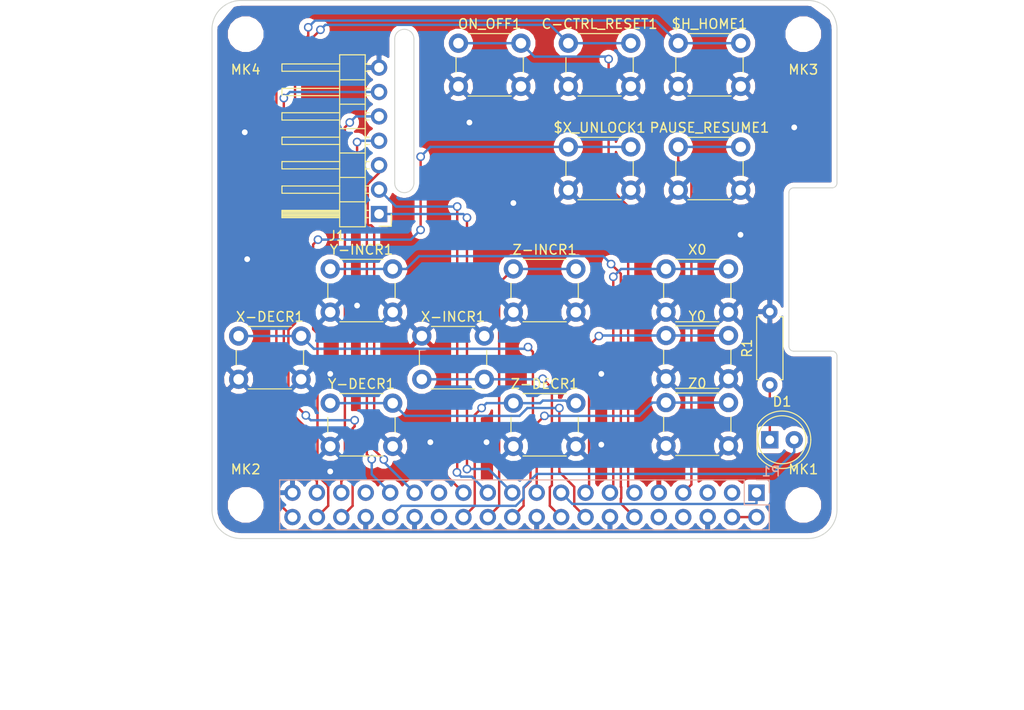
<source format=kicad_pcb>
(kicad_pcb (version 20171130) (host pcbnew "(5.0.0-3-g5ebb6b6)")
  (title_block (date "15 nov 2012"))
  (layers (0 F.Cu signal) (31 B.Cu signal) (34 B.Paste user) (35 F.Paste user) (36 B.SilkS user) (37 F.SilkS user) (38 B.Mask user) (39 F.Mask user) (44 Edge.Cuts user))
  (net 0 "")
  (net 1 +3V3)
  (net 2 +5V)
  (net 3 GND)
  (net 4 /ID_SD)
  (net 5 /ID_SC)
  (net 6 /GPIO5)
  (net 7 /GPIO6)
  (net 8 /GPIO26)
  (net 9 "/GPIO2(SDA1)")
  (net 10 "/GPIO3(SCL1)")
  (net 11 "/GPIO4(GCLK)")
  (net 12 "/GPIO14(TXD0)")
  (net 13 "/GPIO15(RXD0)")
  (net 14 "/GPIO17(GEN0)")
  (net 15 "/GPIO27(GEN2)")
  (net 16 "/GPIO22(GEN3)")
  (net 17 "/GPIO23(GEN4)")
  (net 18 "/GPIO24(GEN5)")
  (net 19 "/GPIO25(GEN6)")
  (net 20 "/GPIO18(GEN1)(PWM0)")
  (net 21 "/GPIO10(SPI0_MOSI)")
  (net 22 "/GPIO9(SPI0_MISO)")
  (net 23 "/GPIO11(SPI0_SCK)")
  (net 24 "/GPIO8(SPI0_CE_N)")
  (net 25 "/GPIO7(SPI1_CE_N)")
  (net 26 "/GPIO12(PWM0)")
  (net 27 "/GPIO13(PWM1)")
  (net 28 "/GPIO19(SPI1_MISO)")
  (net 29 /GPIO16)
  (net 30 "/GPIO20(SPI1_MOSI)")
  (net 31 "/GPIO21(SPI1_SCK)")
  (net 32 "Net-(D1-Pad1)")
  (module Connector_PinSocket_2.54mm:PinSocket_2x20_P2.54mm_Vertical (layer B.Cu) (at 257.035 145.35 90)
    (fp_text reference P1 (at 2.208 1.512 -180) (layer B.SilkS) (effects (justify mirror)))
    (fp_text value Conn_02x20_Odd_Even)
    (fp_line (start -3.87 1.33) (end -1.27 1.33) (layer B.SilkS) (width 0.12))
    (fp_line (start -3.87 1.33) (end -3.87 -49.59) (layer B.SilkS) (width 0.12))
    (fp_line (start -3.87 -49.59) (end 1.33 -49.59) (layer B.SilkS) (width 0.12))
    (fp_line (start 1.33 -1.27) (end 1.33 -49.59) (layer B.SilkS) (width 0.12))
    (fp_line (start -1.27 -1.27) (end 1.33 -1.27) (layer B.SilkS) (width 0.12))
    (fp_line (start -1.27 1.33) (end -1.27 -1.27) (layer B.SilkS) (width 0.12))
    (fp_line (start 1.33 1.33) (end 1.33 0) (layer B.SilkS) (width 0.12))
    (fp_line (start 0 1.33) (end 1.33 1.33) (layer B.SilkS) (width 0.12))
    (pad 1 thru_hole rect (at 0 0 90) (size 1.7 1.7) (drill 1) (layers *.Cu *.Mask) (net 1 +3V3))
    (pad 2 thru_hole oval (at -2.54 0 90) (size 1.7 1.7) (drill 1) (layers *.Cu *.Mask) (net 2 +5V))
    (pad 3 thru_hole oval (at 0 -2.54 90) (size 1.7 1.7) (drill 1) (layers *.Cu *.Mask) (net 9 "/GPIO2(SDA1)"))
    (pad 4 thru_hole oval (at -2.54 -2.54 90) (size 1.7 1.7) (drill 1) (layers *.Cu *.Mask) (net 2 +5V))
    (pad 5 thru_hole oval (at 0 -5.08 90) (size 1.7 1.7) (drill 1) (layers *.Cu *.Mask) (net 10 "/GPIO3(SCL1)"))
    (pad 6 thru_hole oval (at -2.54 -5.08 90) (size 1.7 1.7) (drill 1) (layers *.Cu *.Mask) (net 3 GND))
    (pad 7 thru_hole oval (at 0 -7.62 90) (size 1.7 1.7) (drill 1) (layers *.Cu *.Mask) (net 11 "/GPIO4(GCLK)"))
    (pad 8 thru_hole oval (at -2.54 -7.62 90) (size 1.7 1.7) (drill 1) (layers *.Cu *.Mask) (net 12 "/GPIO14(TXD0)"))
    (pad 9 thru_hole oval (at 0 -10.16 90) (size 1.7 1.7) (drill 1) (layers *.Cu *.Mask) (net 3 GND))
    (pad 10 thru_hole oval (at -2.54 -10.16 90) (size 1.7 1.7) (drill 1) (layers *.Cu *.Mask) (net 13 "/GPIO15(RXD0)"))
    (pad 11 thru_hole oval (at 0 -12.7 90) (size 1.7 1.7) (drill 1) (layers *.Cu *.Mask) (net 14 "/GPIO17(GEN0)"))
    (pad 12 thru_hole oval (at -2.54 -12.7 90) (size 1.7 1.7) (drill 1) (layers *.Cu *.Mask) (net 20 "/GPIO18(GEN1)(PWM0)"))
    (pad 13 thru_hole oval (at 0 -15.24 90) (size 1.7 1.7) (drill 1) (layers *.Cu *.Mask) (net 15 "/GPIO27(GEN2)"))
    (pad 14 thru_hole oval (at -2.54 -15.24 90) (size 1.7 1.7) (drill 1) (layers *.Cu *.Mask) (net 3 GND))
    (pad 15 thru_hole oval (at 0 -17.78 90) (size 1.7 1.7) (drill 1) (layers *.Cu *.Mask) (net 16 "/GPIO22(GEN3)"))
    (pad 16 thru_hole oval (at -2.54 -17.78 90) (size 1.7 1.7) (drill 1) (layers *.Cu *.Mask) (net 17 "/GPIO23(GEN4)"))
    (pad 17 thru_hole oval (at 0 -20.32 90) (size 1.7 1.7) (drill 1) (layers *.Cu *.Mask) (net 1 +3V3))
    (pad 18 thru_hole oval (at -2.54 -20.32 90) (size 1.7 1.7) (drill 1) (layers *.Cu *.Mask) (net 18 "/GPIO24(GEN5)"))
    (pad 19 thru_hole oval (at 0 -22.86 90) (size 1.7 1.7) (drill 1) (layers *.Cu *.Mask) (net 21 "/GPIO10(SPI0_MOSI)"))
    (pad 20 thru_hole oval (at -2.54 -22.86 90) (size 1.7 1.7) (drill 1) (layers *.Cu *.Mask) (net 3 GND))
    (pad 21 thru_hole oval (at 0 -25.4 90) (size 1.7 1.7) (drill 1) (layers *.Cu *.Mask) (net 22 "/GPIO9(SPI0_MISO)"))
    (pad 22 thru_hole oval (at -2.54 -25.4 90) (size 1.7 1.7) (drill 1) (layers *.Cu *.Mask) (net 19 "/GPIO25(GEN6)"))
    (pad 23 thru_hole oval (at 0 -27.94 90) (size 1.7 1.7) (drill 1) (layers *.Cu *.Mask) (net 23 "/GPIO11(SPI0_SCK)"))
    (pad 24 thru_hole oval (at -2.54 -27.94 90) (size 1.7 1.7) (drill 1) (layers *.Cu *.Mask) (net 24 "/GPIO8(SPI0_CE_N)"))
    (pad 25 thru_hole oval (at 0 -30.48 90) (size 1.7 1.7) (drill 1) (layers *.Cu *.Mask) (net 3 GND))
    (pad 26 thru_hole oval (at -2.54 -30.48 90) (size 1.7 1.7) (drill 1) (layers *.Cu *.Mask) (net 25 "/GPIO7(SPI1_CE_N)"))
    (pad 27 thru_hole oval (at 0 -33.02 90) (size 1.7 1.7) (drill 1) (layers *.Cu *.Mask) (net 4 /ID_SD))
    (pad 28 thru_hole oval (at -2.54 -33.02 90) (size 1.7 1.7) (drill 1) (layers *.Cu *.Mask) (net 5 /ID_SC))
    (pad 29 thru_hole oval (at 0 -35.56 90) (size 1.7 1.7) (drill 1) (layers *.Cu *.Mask) (net 6 /GPIO5))
    (pad 30 thru_hole oval (at -2.54 -35.56 90) (size 1.7 1.7) (drill 1) (layers *.Cu *.Mask) (net 3 GND))
    (pad 31 thru_hole oval (at 0 -38.1 90) (size 1.7 1.7) (drill 1) (layers *.Cu *.Mask) (net 7 /GPIO6))
    (pad 32 thru_hole oval (at -2.54 -38.1 90) (size 1.7 1.7) (drill 1) (layers *.Cu *.Mask) (net 26 "/GPIO12(PWM0)"))
    (pad 33 thru_hole oval (at 0 -40.64 90) (size 1.7 1.7) (drill 1) (layers *.Cu *.Mask) (net 27 "/GPIO13(PWM1)"))
    (pad 34 thru_hole oval (at -2.54 -40.64 90) (size 1.7 1.7) (drill 1) (layers *.Cu *.Mask) (net 3 GND))
    (pad 35 thru_hole oval (at 0 -43.18 90) (size 1.7 1.7) (drill 1) (layers *.Cu *.Mask) (net 28 "/GPIO19(SPI1_MISO)"))
    (pad 36 thru_hole oval (at -2.54 -43.18 90) (size 1.7 1.7) (drill 1) (layers *.Cu *.Mask) (net 29 /GPIO16))
    (pad 37 thru_hole oval (at 0 -45.72 90) (size 1.7 1.7) (drill 1) (layers *.Cu *.Mask) (net 8 /GPIO26))
    (pad 38 thru_hole oval (at -2.54 -45.72 90) (size 1.7 1.7) (drill 1) (layers *.Cu *.Mask) (net 30 "/GPIO20(SPI1_MOSI)"))
    (pad 39 thru_hole oval (at 0 -48.26 90) (size 1.7 1.7) (drill 1) (layers *.Cu *.Mask) (net 3 GND))
    (pad 40 thru_hole oval (at -2.54 -48.26 90) (size 1.7 1.7) (drill 1) (layers *.Cu *.Mask) (net 31 "/GPIO21(SPI1_SCK)"))
  )
  (module MountingHole:MountingHole_2.7mm_M2.5 (layer F.Cu) (at 203.905 97.62 180)
    (fp_text reference MK4 (at 0 -3.7 180) (layer F.SilkS))
    (fp_text value M2.5)
    (pad 1 np_thru_hole circle (at 0 0 180) (size 2.7 2.7) (drill 2.7) (layers *.Cu *.Mask))
  )
  (module MountingHole:MountingHole_2.7mm_M2.5 (layer F.Cu) (at 261.905 97.62 180)
    (fp_text reference MK3 (at 0 -3.7 180) (layer F.SilkS))
    (fp_text value M2.5)
    (pad 1 np_thru_hole circle (at 0 0 180) (size 2.7 2.7) (drill 2.7) (layers *.Cu *.Mask))
  )
  (module MountingHole:MountingHole_2.7mm_M2.5 (layer F.Cu) (at 203.905 146.62)
    (fp_text reference MK2 (at 0 -3.7) (layer F.SilkS))
    (fp_text value M2.5)
    (pad 1 np_thru_hole circle (at 0 0) (size 2.7 2.7) (drill 2.7) (layers *.Cu *.Mask))
  )
  (module MountingHole:MountingHole_2.7mm_M2.5 (layer F.Cu) (at 261.905 146.62)
    (fp_text reference MK1 (at 0 -3.7) (layer F.SilkS))
    (fp_text value M2.5)
    (pad 1 np_thru_hole circle (at 0 0) (size 2.7 2.7) (drill 2.7) (layers *.Cu *.Mask))
  )
  (module Button_Switch_THT:SW_PUSH_6mm (layer F.Cu) (at 248.895 98.565)
    (fp_text reference $H_HOME1 (at 3.25 -2) (layer F.SilkS))
    (fp_text value SW_Push)
    (fp_line (start 1 5.5) (end 5.5 5.5) (layer F.SilkS) (width 0.12))
    (fp_line (start -0.25 1.5) (end -0.25 3) (layer F.SilkS) (width 0.12))
    (fp_line (start 5.5 -1) (end 1 -1) (layer F.SilkS) (width 0.12))
    (fp_line (start 6.75 3) (end 6.75 1.5) (layer F.SilkS) (width 0.12))
    (pad 2 thru_hole circle (at 0 4.5 90) (size 2 2) (drill 1.1) (layers *.Cu *.Mask) (net 3 GND))
    (pad 1 thru_hole circle (at 0 0 90) (size 2 2) (drill 1.1) (layers *.Cu *.Mask) (net 31 "/GPIO21(SPI1_SCK)"))
    (pad 2 thru_hole circle (at 6.5 4.5 90) (size 2 2) (drill 1.1) (layers *.Cu *.Mask) (net 3 GND))
    (pad 1 thru_hole circle (at 6.5 0 90) (size 2 2) (drill 1.1) (layers *.Cu *.Mask) (net 31 "/GPIO21(SPI1_SCK)"))
  )
  (module Button_Switch_THT:SW_PUSH_6mm (layer F.Cu) (at 237.465 109.36)
    (fp_text reference $X_UNLOCK1 (at 3.25 -2) (layer F.SilkS))
    (fp_text value SW_Push)
    (fp_line (start 6.75 3) (end 6.75 1.5) (layer F.SilkS) (width 0.12))
    (fp_line (start 5.5 -1) (end 1 -1) (layer F.SilkS) (width 0.12))
    (fp_line (start -0.25 1.5) (end -0.25 3) (layer F.SilkS) (width 0.12))
    (fp_line (start 1 5.5) (end 5.5 5.5) (layer F.SilkS) (width 0.12))
    (pad 1 thru_hole circle (at 6.5 0 90) (size 2 2) (drill 1.1) (layers *.Cu *.Mask) (net 30 "/GPIO20(SPI1_MOSI)"))
    (pad 2 thru_hole circle (at 6.5 4.5 90) (size 2 2) (drill 1.1) (layers *.Cu *.Mask) (net 3 GND))
    (pad 1 thru_hole circle (at 0 0 90) (size 2 2) (drill 1.1) (layers *.Cu *.Mask) (net 30 "/GPIO20(SPI1_MOSI)"))
    (pad 2 thru_hole circle (at 0 4.5 90) (size 2 2) (drill 1.1) (layers *.Cu *.Mask) (net 3 GND))
  )
  (module Button_Switch_THT:SW_PUSH_6mm (layer F.Cu) (at 237.465 98.565)
    (fp_text reference C-CTRL_RESET1 (at 3.25 -2) (layer F.SilkS))
    (fp_text value SW_Push)
    (fp_line (start 1 5.5) (end 5.5 5.5) (layer F.SilkS) (width 0.12))
    (fp_line (start -0.25 1.5) (end -0.25 3) (layer F.SilkS) (width 0.12))
    (fp_line (start 5.5 -1) (end 1 -1) (layer F.SilkS) (width 0.12))
    (fp_line (start 6.75 3) (end 6.75 1.5) (layer F.SilkS) (width 0.12))
    (pad 2 thru_hole circle (at 0 4.5 90) (size 2 2) (drill 1.1) (layers *.Cu *.Mask) (net 3 GND))
    (pad 1 thru_hole circle (at 0 0 90) (size 2 2) (drill 1.1) (layers *.Cu *.Mask) (net 29 /GPIO16))
    (pad 2 thru_hole circle (at 6.5 4.5 90) (size 2 2) (drill 1.1) (layers *.Cu *.Mask) (net 3 GND))
    (pad 1 thru_hole circle (at 6.5 0 90) (size 2 2) (drill 1.1) (layers *.Cu *.Mask) (net 29 /GPIO16))
  )
  (module LED_THT:LED_D5.0mm (layer F.Cu) (at 258.42 139.84)
    (fp_text reference D1 (at 1.27 -3.96) (layer F.SilkS))
    (fp_text value LED)
    (fp_arc (start 1.27 0) (end -1.29 -1.54483) (angle 148.9) (layer F.SilkS) (width 0.12))
    (fp_arc (start 1.27 0) (end -1.29 1.54483) (angle -148.9) (layer F.SilkS) (width 0.12))
    (fp_circle (center 1.27 0) (end 3.77 0) (layer F.SilkS) (width 0.12))
    (fp_line (start -1.29 -1.545) (end -1.29 1.545) (layer F.SilkS) (width 0.12))
    (pad 1 thru_hole rect (at 0 0) (size 1.8 1.8) (drill 0.9) (layers *.Cu *.Mask) (net 32 "Net-(D1-Pad1)"))
    (pad 2 thru_hole circle (at 2.54 0) (size 1.8 1.8) (drill 0.9) (layers *.Cu *.Mask) (net 26 "/GPIO12(PWM0)"))
  )
  (module Button_Switch_THT:SW_PUSH_6mm (layer F.Cu) (at 226.035 98.565)
    (fp_text reference ON_OFF1 (at 3.25 -2) (layer F.SilkS))
    (fp_text value SW_Push)
    (fp_line (start 6.75 3) (end 6.75 1.5) (layer F.SilkS) (width 0.12))
    (fp_line (start 5.5 -1) (end 1 -1) (layer F.SilkS) (width 0.12))
    (fp_line (start -0.25 1.5) (end -0.25 3) (layer F.SilkS) (width 0.12))
    (fp_line (start 1 5.5) (end 5.5 5.5) (layer F.SilkS) (width 0.12))
    (pad 1 thru_hole circle (at 6.5 0 90) (size 2 2) (drill 1.1) (layers *.Cu *.Mask) (net 14 "/GPIO17(GEN0)"))
    (pad 2 thru_hole circle (at 6.5 4.5 90) (size 2 2) (drill 1.1) (layers *.Cu *.Mask) (net 3 GND))
    (pad 1 thru_hole circle (at 0 0 90) (size 2 2) (drill 1.1) (layers *.Cu *.Mask) (net 14 "/GPIO17(GEN0)"))
    (pad 2 thru_hole circle (at 0 4.5 90) (size 2 2) (drill 1.1) (layers *.Cu *.Mask) (net 3 GND))
  )
  (module Button_Switch_THT:SW_PUSH_6mm (layer F.Cu) (at 248.895 109.36)
    (fp_text reference PAUSE_RESUME1 (at 3.25 -2) (layer F.SilkS))
    (fp_text value SW_Push)
    (fp_line (start 6.75 3) (end 6.75 1.5) (layer F.SilkS) (width 0.12))
    (fp_line (start 5.5 -1) (end 1 -1) (layer F.SilkS) (width 0.12))
    (fp_line (start -0.25 1.5) (end -0.25 3) (layer F.SilkS) (width 0.12))
    (fp_line (start 1 5.5) (end 5.5 5.5) (layer F.SilkS) (width 0.12))
    (pad 1 thru_hole circle (at 6.5 0 90) (size 2 2) (drill 1.1) (layers *.Cu *.Mask) (net 11 "/GPIO4(GCLK)"))
    (pad 2 thru_hole circle (at 6.5 4.5 90) (size 2 2) (drill 1.1) (layers *.Cu *.Mask) (net 3 GND))
    (pad 1 thru_hole circle (at 0 0 90) (size 2 2) (drill 1.1) (layers *.Cu *.Mask) (net 11 "/GPIO4(GCLK)"))
    (pad 2 thru_hole circle (at 0 4.5 90) (size 2 2) (drill 1.1) (layers *.Cu *.Mask) (net 3 GND))
  )
  (module Resistor_THT:R_Axial_DIN0207_L6.3mm_D2.5mm_P7.62mm_Horizontal (layer F.Cu) (at 258.42 134.125 90)
    (fp_text reference R1 (at 3.81 -2.37 90) (layer F.SilkS))
    (fp_text value R)
    (fp_line (start 0.54 -1.04) (end 0.54 -1.37) (layer F.SilkS) (width 0.12))
    (fp_line (start 0.54 -1.37) (end 7.08 -1.37) (layer F.SilkS) (width 0.12))
    (fp_line (start 7.08 -1.37) (end 7.08 -1.04) (layer F.SilkS) (width 0.12))
    (fp_line (start 0.54 1.04) (end 0.54 1.37) (layer F.SilkS) (width 0.12))
    (fp_line (start 0.54 1.37) (end 7.08 1.37) (layer F.SilkS) (width 0.12))
    (fp_line (start 7.08 1.37) (end 7.08 1.04) (layer F.SilkS) (width 0.12))
    (pad 1 thru_hole circle (at 0 0 90) (size 1.6 1.6) (drill 0.8) (layers *.Cu *.Mask) (net 32 "Net-(D1-Pad1)"))
    (pad 2 thru_hole oval (at 7.62 0 90) (size 1.6 1.6) (drill 0.8) (layers *.Cu *.Mask) (net 3 GND))
  )
  (module Button_Switch_THT:SW_PUSH_6mm (layer F.Cu) (at 247.625 122.06)
    (fp_text reference X0 (at 3.25 -2) (layer F.SilkS))
    (fp_text value SW_Push)
    (fp_line (start 1 5.5) (end 5.5 5.5) (layer F.SilkS) (width 0.12))
    (fp_line (start -0.25 1.5) (end -0.25 3) (layer F.SilkS) (width 0.12))
    (fp_line (start 5.5 -1) (end 1 -1) (layer F.SilkS) (width 0.12))
    (fp_line (start 6.75 3) (end 6.75 1.5) (layer F.SilkS) (width 0.12))
    (pad 2 thru_hole circle (at 0 4.5 90) (size 2 2) (drill 1.1) (layers *.Cu *.Mask) (net 3 GND))
    (pad 1 thru_hole circle (at 0 0 90) (size 2 2) (drill 1.1) (layers *.Cu *.Mask) (net 15 "/GPIO27(GEN2)"))
    (pad 2 thru_hole circle (at 6.5 4.5 90) (size 2 2) (drill 1.1) (layers *.Cu *.Mask) (net 3 GND))
    (pad 1 thru_hole circle (at 6.5 0 90) (size 2 2) (drill 1.1) (layers *.Cu *.Mask) (net 15 "/GPIO27(GEN2)"))
  )
  (module Button_Switch_THT:SW_PUSH_6mm (layer F.Cu) (at 203.175 129.045)
    (fp_text reference X-DECR1 (at 3.25 -2) (layer F.SilkS))
    (fp_text value SW_Push)
    (fp_line (start 6.75 3) (end 6.75 1.5) (layer F.SilkS) (width 0.12))
    (fp_line (start 5.5 -1) (end 1 -1) (layer F.SilkS) (width 0.12))
    (fp_line (start -0.25 1.5) (end -0.25 3) (layer F.SilkS) (width 0.12))
    (fp_line (start 1 5.5) (end 5.5 5.5) (layer F.SilkS) (width 0.12))
    (pad 1 thru_hole circle (at 6.5 0 90) (size 2 2) (drill 1.1) (layers *.Cu *.Mask) (net 19 "/GPIO25(GEN6)"))
    (pad 2 thru_hole circle (at 6.5 4.5 90) (size 2 2) (drill 1.1) (layers *.Cu *.Mask) (net 3 GND))
    (pad 1 thru_hole circle (at 0 0 90) (size 2 2) (drill 1.1) (layers *.Cu *.Mask) (net 19 "/GPIO25(GEN6)"))
    (pad 2 thru_hole circle (at 0 4.5 90) (size 2 2) (drill 1.1) (layers *.Cu *.Mask) (net 3 GND))
  )
  (module Button_Switch_THT:SW_PUSH_6mm (layer F.Cu) (at 222.225 129.045)
    (fp_text reference X-INCR1 (at 3.25 -2) (layer F.SilkS))
    (fp_text value SW_Push)
    (fp_line (start 6.75 3) (end 6.75 1.5) (layer F.SilkS) (width 0.12))
    (fp_line (start 5.5 -1) (end 1 -1) (layer F.SilkS) (width 0.12))
    (fp_line (start -0.25 1.5) (end -0.25 3) (layer F.SilkS) (width 0.12))
    (fp_line (start 1 5.5) (end 5.5 5.5) (layer F.SilkS) (width 0.12))
    (pad 1 thru_hole circle (at 6.5 0 90) (size 2 2) (drill 1.1) (layers *.Cu *.Mask) (net 3 GND))
    (pad 2 thru_hole circle (at 6.5 4.5 90) (size 2 2) (drill 1.1) (layers *.Cu *.Mask) (net 18 "/GPIO24(GEN5)"))
    (pad 1 thru_hole circle (at 0 0 90) (size 2 2) (drill 1.1) (layers *.Cu *.Mask) (net 3 GND))
    (pad 2 thru_hole circle (at 0 4.5 90) (size 2 2) (drill 1.1) (layers *.Cu *.Mask) (net 18 "/GPIO24(GEN5)"))
  )
  (module Button_Switch_THT:SW_PUSH_6mm (layer F.Cu) (at 247.625 128.99)
    (fp_text reference Y0 (at 3.25 -2) (layer F.SilkS))
    (fp_text value SW_Push)
    (fp_line (start 6.75 3) (end 6.75 1.5) (layer F.SilkS) (width 0.12))
    (fp_line (start 5.5 -1) (end 1 -1) (layer F.SilkS) (width 0.12))
    (fp_line (start -0.25 1.5) (end -0.25 3) (layer F.SilkS) (width 0.12))
    (fp_line (start 1 5.5) (end 5.5 5.5) (layer F.SilkS) (width 0.12))
    (pad 1 thru_hole circle (at 6.5 0 90) (size 2 2) (drill 1.1) (layers *.Cu *.Mask) (net 16 "/GPIO22(GEN3)"))
    (pad 2 thru_hole circle (at 6.5 4.5 90) (size 2 2) (drill 1.1) (layers *.Cu *.Mask) (net 3 GND))
    (pad 1 thru_hole circle (at 0 0 90) (size 2 2) (drill 1.1) (layers *.Cu *.Mask) (net 16 "/GPIO22(GEN3)"))
    (pad 2 thru_hole circle (at 0 4.5 90) (size 2 2) (drill 1.1) (layers *.Cu *.Mask) (net 3 GND))
  )
  (module Button_Switch_THT:SW_PUSH_6mm (layer F.Cu) (at 212.7 136.03)
    (fp_text reference Y-DECR1 (at 3.25 -2) (layer F.SilkS))
    (fp_text value SW_Push)
    (fp_line (start 1 5.5) (end 5.5 5.5) (layer F.SilkS) (width 0.12))
    (fp_line (start -0.25 1.5) (end -0.25 3) (layer F.SilkS) (width 0.12))
    (fp_line (start 5.5 -1) (end 1 -1) (layer F.SilkS) (width 0.12))
    (fp_line (start 6.75 3) (end 6.75 1.5) (layer F.SilkS) (width 0.12))
    (pad 2 thru_hole circle (at 0 4.5 90) (size 2 2) (drill 1.1) (layers *.Cu *.Mask) (net 3 GND))
    (pad 1 thru_hole circle (at 0 0 90) (size 2 2) (drill 1.1) (layers *.Cu *.Mask) (net 17 "/GPIO23(GEN4)"))
    (pad 2 thru_hole circle (at 6.5 4.5 90) (size 2 2) (drill 1.1) (layers *.Cu *.Mask) (net 3 GND))
    (pad 1 thru_hole circle (at 6.5 0 90) (size 2 2) (drill 1.1) (layers *.Cu *.Mask) (net 17 "/GPIO23(GEN4)"))
  )
  (module Button_Switch_THT:SW_PUSH_6mm (layer F.Cu) (at 212.7 122.06)
    (fp_text reference Y-INCR1 (at 3.25 -2) (layer F.SilkS))
    (fp_text value SW_Push)
    (fp_line (start 1 5.5) (end 5.5 5.5) (layer F.SilkS) (width 0.12))
    (fp_line (start -0.25 1.5) (end -0.25 3) (layer F.SilkS) (width 0.12))
    (fp_line (start 5.5 -1) (end 1 -1) (layer F.SilkS) (width 0.12))
    (fp_line (start 6.75 3) (end 6.75 1.5) (layer F.SilkS) (width 0.12))
    (pad 2 thru_hole circle (at 0 4.5 90) (size 2 2) (drill 1.1) (layers *.Cu *.Mask) (net 3 GND))
    (pad 1 thru_hole circle (at 0 0 90) (size 2 2) (drill 1.1) (layers *.Cu *.Mask) (net 20 "/GPIO18(GEN1)(PWM0)"))
    (pad 2 thru_hole circle (at 6.5 4.5 90) (size 2 2) (drill 1.1) (layers *.Cu *.Mask) (net 3 GND))
    (pad 1 thru_hole circle (at 6.5 0 90) (size 2 2) (drill 1.1) (layers *.Cu *.Mask) (net 20 "/GPIO18(GEN1)(PWM0)"))
  )
  (module Button_Switch_THT:SW_PUSH_6mm (layer F.Cu) (at 247.625 135.975)
    (fp_text reference Z0 (at 3.25 -2) (layer F.SilkS))
    (fp_text value SW_Push)
    (fp_line (start 1 5.5) (end 5.5 5.5) (layer F.SilkS) (width 0.12))
    (fp_line (start -0.25 1.5) (end -0.25 3) (layer F.SilkS) (width 0.12))
    (fp_line (start 5.5 -1) (end 1 -1) (layer F.SilkS) (width 0.12))
    (fp_line (start 6.75 3) (end 6.75 1.5) (layer F.SilkS) (width 0.12))
    (pad 2 thru_hole circle (at 0 4.5 90) (size 2 2) (drill 1.1) (layers *.Cu *.Mask) (net 3 GND))
    (pad 1 thru_hole circle (at 0 0 90) (size 2 2) (drill 1.1) (layers *.Cu *.Mask) (net 21 "/GPIO10(SPI0_MOSI)"))
    (pad 2 thru_hole circle (at 6.5 4.5 90) (size 2 2) (drill 1.1) (layers *.Cu *.Mask) (net 3 GND))
    (pad 1 thru_hole circle (at 6.5 0 90) (size 2 2) (drill 1.1) (layers *.Cu *.Mask) (net 21 "/GPIO10(SPI0_MOSI)"))
  )
  (module Button_Switch_THT:SW_PUSH_6mm (layer F.Cu) (at 231.75 136.03)
    (fp_text reference Z-DECR1 (at 3.25 -2) (layer F.SilkS))
    (fp_text value SW_Push)
    (fp_line (start 1 5.5) (end 5.5 5.5) (layer F.SilkS) (width 0.12))
    (fp_line (start -0.25 1.5) (end -0.25 3) (layer F.SilkS) (width 0.12))
    (fp_line (start 5.5 -1) (end 1 -1) (layer F.SilkS) (width 0.12))
    (fp_line (start 6.75 3) (end 6.75 1.5) (layer F.SilkS) (width 0.12))
    (pad 2 thru_hole circle (at 0 4.5 90) (size 2 2) (drill 1.1) (layers *.Cu *.Mask) (net 3 GND))
    (pad 1 thru_hole circle (at 0 0 90) (size 2 2) (drill 1.1) (layers *.Cu *.Mask) (net 25 "/GPIO7(SPI1_CE_N)"))
    (pad 2 thru_hole circle (at 6.5 4.5 90) (size 2 2) (drill 1.1) (layers *.Cu *.Mask) (net 3 GND))
    (pad 1 thru_hole circle (at 6.5 0 90) (size 2 2) (drill 1.1) (layers *.Cu *.Mask) (net 25 "/GPIO7(SPI1_CE_N)"))
  )
  (module Button_Switch_THT:SW_PUSH_6mm (layer F.Cu) (at 231.75 122.06)
    (fp_text reference Z-INCR1 (at 3.25 -2) (layer F.SilkS))
    (fp_text value SW_Push)
    (fp_line (start 6.75 3) (end 6.75 1.5) (layer F.SilkS) (width 0.12))
    (fp_line (start 5.5 -1) (end 1 -1) (layer F.SilkS) (width 0.12))
    (fp_line (start -0.25 1.5) (end -0.25 3) (layer F.SilkS) (width 0.12))
    (fp_line (start 1 5.5) (end 5.5 5.5) (layer F.SilkS) (width 0.12))
    (pad 1 thru_hole circle (at 6.5 0 90) (size 2 2) (drill 1.1) (layers *.Cu *.Mask) (net 24 "/GPIO8(SPI0_CE_N)"))
    (pad 2 thru_hole circle (at 6.5 4.5 90) (size 2 2) (drill 1.1) (layers *.Cu *.Mask) (net 3 GND))
    (pad 1 thru_hole circle (at 0 0 90) (size 2 2) (drill 1.1) (layers *.Cu *.Mask) (net 24 "/GPIO8(SPI0_CE_N)"))
    (pad 2 thru_hole circle (at 0 4.5 90) (size 2 2) (drill 1.1) (layers *.Cu *.Mask) (net 3 GND))
  )
  (module Connector_PinHeader_2.54mm:PinHeader_1x07_P2.54mm_Horizontal (layer F.Cu) (at 217.78 116.345 180)
    (fp_text reference J1 (at 4.385 -2.27 180) (layer F.SilkS))
    (fp_text value Conn_01x07_Male)
    (fp_line (start 1.44 -1.33) (end 1.44 16.57) (layer F.SilkS) (width 0.12))
    (fp_line (start 1.44 16.57) (end 4.1 16.57) (layer F.SilkS) (width 0.12))
    (fp_line (start 4.1 16.57) (end 4.1 -1.33) (layer F.SilkS) (width 0.12))
    (fp_line (start 4.1 -1.33) (end 1.44 -1.33) (layer F.SilkS) (width 0.12))
    (fp_line (start 4.1 -0.38) (end 10.1 -0.38) (layer F.SilkS) (width 0.12))
    (fp_line (start 10.1 -0.38) (end 10.1 0.38) (layer F.SilkS) (width 0.12))
    (fp_line (start 10.1 0.38) (end 4.1 0.38) (layer F.SilkS) (width 0.12))
    (fp_line (start 4.1 -0.32) (end 10.1 -0.32) (layer F.SilkS) (width 0.12))
    (fp_line (start 4.1 -0.2) (end 10.1 -0.2) (layer F.SilkS) (width 0.12))
    (fp_line (start 4.1 -0.08) (end 10.1 -0.08) (layer F.SilkS) (width 0.12))
    (fp_line (start 4.1 0.04) (end 10.1 0.04) (layer F.SilkS) (width 0.12))
    (fp_line (start 4.1 0.16) (end 10.1 0.16) (layer F.SilkS) (width 0.12))
    (fp_line (start 4.1 0.28) (end 10.1 0.28) (layer F.SilkS) (width 0.12))
    (fp_line (start 1.11 -0.38) (end 1.44 -0.38) (layer F.SilkS) (width 0.12))
    (fp_line (start 1.11 0.38) (end 1.44 0.38) (layer F.SilkS) (width 0.12))
    (fp_line (start 1.44 1.27) (end 4.1 1.27) (layer F.SilkS) (width 0.12))
    (fp_line (start 4.1 2.16) (end 10.1 2.16) (layer F.SilkS) (width 0.12))
    (fp_line (start 10.1 2.16) (end 10.1 2.92) (layer F.SilkS) (width 0.12))
    (fp_line (start 10.1 2.92) (end 4.1 2.92) (layer F.SilkS) (width 0.12))
    (fp_line (start 1.042929 2.16) (end 1.44 2.16) (layer F.SilkS) (width 0.12))
    (fp_line (start 1.042929 2.92) (end 1.44 2.92) (layer F.SilkS) (width 0.12))
    (fp_line (start 1.44 3.81) (end 4.1 3.81) (layer F.SilkS) (width 0.12))
    (fp_line (start 4.1 4.7) (end 10.1 4.7) (layer F.SilkS) (width 0.12))
    (fp_line (start 10.1 4.7) (end 10.1 5.46) (layer F.SilkS) (width 0.12))
    (fp_line (start 10.1 5.46) (end 4.1 5.46) (layer F.SilkS) (width 0.12))
    (fp_line (start 1.042929 4.7) (end 1.44 4.7) (layer F.SilkS) (width 0.12))
    (fp_line (start 1.042929 5.46) (end 1.44 5.46) (layer F.SilkS) (width 0.12))
    (fp_line (start 1.44 6.35) (end 4.1 6.35) (layer F.SilkS) (width 0.12))
    (fp_line (start 4.1 7.24) (end 10.1 7.24) (layer F.SilkS) (width 0.12))
    (fp_line (start 10.1 7.24) (end 10.1 8) (layer F.SilkS) (width 0.12))
    (fp_line (start 10.1 8) (end 4.1 8) (layer F.SilkS) (width 0.12))
    (fp_line (start 1.042929 7.24) (end 1.44 7.24) (layer F.SilkS) (width 0.12))
    (fp_line (start 1.042929 8) (end 1.44 8) (layer F.SilkS) (width 0.12))
    (fp_line (start 1.44 8.89) (end 4.1 8.89) (layer F.SilkS) (width 0.12))
    (fp_line (start 4.1 9.78) (end 10.1 9.78) (layer F.SilkS) (width 0.12))
    (fp_line (start 10.1 9.78) (end 10.1 10.54) (layer F.SilkS) (width 0.12))
    (fp_line (start 10.1 10.54) (end 4.1 10.54) (layer F.SilkS) (width 0.12))
    (fp_line (start 1.042929 9.78) (end 1.44 9.78) (layer F.SilkS) (width 0.12))
    (fp_line (start 1.042929 10.54) (end 1.44 10.54) (layer F.SilkS) (width 0.12))
    (fp_line (start 1.44 11.43) (end 4.1 11.43) (layer F.SilkS) (width 0.12))
    (fp_line (start 4.1 12.32) (end 10.1 12.32) (layer F.SilkS) (width 0.12))
    (fp_line (start 10.1 12.32) (end 10.1 13.08) (layer F.SilkS) (width 0.12))
    (fp_line (start 10.1 13.08) (end 4.1 13.08) (layer F.SilkS) (width 0.12))
    (fp_line (start 1.042929 12.32) (end 1.44 12.32) (layer F.SilkS) (width 0.12))
    (fp_line (start 1.042929 13.08) (end 1.44 13.08) (layer F.SilkS) (width 0.12))
    (fp_line (start 1.44 13.97) (end 4.1 13.97) (layer F.SilkS) (width 0.12))
    (fp_line (start 4.1 14.86) (end 10.1 14.86) (layer F.SilkS) (width 0.12))
    (fp_line (start 10.1 14.86) (end 10.1 15.62) (layer F.SilkS) (width 0.12))
    (fp_line (start 10.1 15.62) (end 4.1 15.62) (layer F.SilkS) (width 0.12))
    (fp_line (start 1.042929 14.86) (end 1.44 14.86) (layer F.SilkS) (width 0.12))
    (fp_line (start 1.042929 15.62) (end 1.44 15.62) (layer F.SilkS) (width 0.12))
    (fp_line (start -1.27 0) (end -1.27 -1.27) (layer F.SilkS) (width 0.12))
    (fp_line (start -1.27 -1.27) (end 0 -1.27) (layer F.SilkS) (width 0.12))
    (pad 1 thru_hole rect (at 0 0 180) (size 1.7 1.7) (drill 1) (layers *.Cu *.Mask) (net 22 "/GPIO9(SPI0_MISO)"))
    (pad 2 thru_hole oval (at 0 2.54 180) (size 1.7 1.7) (drill 1) (layers *.Cu *.Mask) (net 23 "/GPIO11(SPI0_SCK)"))
    (pad 3 thru_hole oval (at 0 5.08 180) (size 1.7 1.7) (drill 1) (layers *.Cu *.Mask) (net 6 /GPIO5))
    (pad 4 thru_hole oval (at 0 7.62 180) (size 1.7 1.7) (drill 1) (layers *.Cu *.Mask) (net 7 /GPIO6))
    (pad 5 thru_hole oval (at 0 10.16 180) (size 1.7 1.7) (drill 1) (layers *.Cu *.Mask) (net 28 "/GPIO19(SPI1_MISO)"))
    (pad 6 thru_hole oval (at 0 12.7 180) (size 1.7 1.7) (drill 1) (layers *.Cu *.Mask) (net 8 /GPIO26))
    (pad 7 thru_hole oval (at 0 15.24 180) (size 1.7 1.7) (drill 1) (layers *.Cu *.Mask) (net 3 GND))
  )
  (gr_line (start 221.405 98.12) (end 221.405 113.12) (layer Edge.Cuts) (width 0.1))
  (gr_line (start 219.405 113.12) (end 219.405 98.12) (layer Edge.Cuts) (width 0.1))
  (gr_arc (start 220.405 113.12) (end 221.405 113.12) (angle 180) (layer Edge.Cuts) (width 0.1))
  (gr_arc (start 220.405 98.12) (end 219.405 98.12) (angle 180) (layer Edge.Cuts) (width 0.1))
  (gr_arc (start 264.905 113.12) (end 265.405 113.12) (angle 89.9) (layer Edge.Cuts) (width 0.1))
  (gr_arc (start 260.905 114.12) (end 260.405 114.12) (angle 90) (layer Edge.Cuts) (width 0.1))
  (gr_arc (start 264.905 131.12) (end 264.905 130.62) (angle 90) (layer Edge.Cuts) (width 0.1))
  (gr_arc (start 260.905 130.12) (end 260.905 130.62) (angle 90) (layer Edge.Cuts) (width 0.1))
  (gr_line (start 265.405 147.12) (end 265.405 131.12) (layer Edge.Cuts) (width 0.1))
  (gr_arc (start 203.405 147.12) (end 203.405 150.12) (angle 90) (layer Edge.Cuts) (width 0.1))
  (gr_arc (start 203.405 97.12) (end 200.405 97.12) (angle 90) (layer Edge.Cuts) (width 0.1))
  (gr_arc (start 262.405 97.12) (end 262.405 94.12) (angle 90) (layer Edge.Cuts) (width 0.1))
  (gr_arc (start 262.405 147.12) (end 265.405 147.12) (angle 90) (layer Edge.Cuts) (width 0.1))
  (gr_line (start 203.405 150.12) (end 262.405 150.12) (layer Edge.Cuts) (width 0.1))
  (gr_line (start 260.905 113.62) (end 264.905 113.62) (layer Edge.Cuts) (width 0.1))
  (gr_line (start 260.405 130.12) (end 260.405 114.12) (layer Edge.Cuts) (width 0.1))
  (gr_line (start 264.905 130.62) (end 260.905 130.62) (layer Edge.Cuts) (width 0.1))
  (gr_line (start 200.405 97.12) (end 200.405 147.12) (layer Edge.Cuts) (width 0.1))
  (gr_line (start 262.405 94.12) (end 203.405 94.12) (layer Edge.Cuts) (width 0.1))
  (gr_line (start 265.405 113.12) (end 265.405 97.12) (layer Edge.Cuts) (width 0.1))
  (segment (start 237.564999 146.199999) (end 236.715 145.35) (width 0.25) (layer B.Cu) (net 1))
  (segment (start 237.890001 146.525001) (end 237.564999 146.199999) (width 0.25) (layer B.Cu) (net 1))
  (segment (start 256.959999 146.525001) (end 237.890001 146.525001) (width 0.25) (layer B.Cu) (net 1))
  (segment (start 257.035 146.45) (end 256.959999 146.525001) (width 0.25) (layer B.Cu) (net 1))
  (segment (start 257.035 145.35) (end 257.035 146.45) (width 0.25) (layer B.Cu) (net 1))
  (segment (start 254.495 147.89) (end 257.035 147.89) (width 0.25) (layer F.Cu) (net 2))
  (via (at 223.114 140.094) (size 0.9) (drill 0.6) (layers F.Cu B.Cu) (net 3))
  (via (at 204.064 121.044) (size 0.9) (drill 0.6) (layers F.Cu B.Cu) (net 3))
  (via (at 203.81 107.836) (size 0.9) (drill 0.6) (layers F.Cu B.Cu) (net 3))
  (via (at 231.75 115.202) (size 0.9) (drill 0.6) (layers F.Cu B.Cu) (net 3))
  (via (at 260.96 107.328) (size 0.9) (drill 0.6) (layers F.Cu B.Cu) (net 3))
  (via (at 227.178 106.82) (size 0.9) (drill 0.6) (layers F.Cu B.Cu) (net 3))
  (via (at 255.372 118.504) (size 0.9) (drill 0.6) (layers F.Cu B.Cu) (net 3))
  (segment (start 223.114 141.909) (end 223.114 140.094) (width 0.25) (layer F.Cu) (net 3))
  (segment (start 226.555 145.35) (end 223.114 141.909) (width 0.25) (layer F.Cu) (net 3))
  (via (at 240.894 140.348) (size 0.9) (drill 0.6) (layers F.Cu B.Cu) (net 3))
  (via (at 240.894 132.982) (size 0.9) (drill 0.6) (layers F.Cu B.Cu) (net 3))
  (via (at 212.7 132.982) (size 0.9) (drill 0.6) (layers F.Cu B.Cu) (net 3))
  (via (at 215.494 125.87) (size 0.9) (drill 0.6) (layers F.Cu B.Cu) (net 3))
  (via (at 228.956 140.094) (size 0.9) (drill 0.6) (layers F.Cu B.Cu) (net 3))
  (via (at 212.7 143.142) (size 0.9) (drill 0.6) (layers F.Cu B.Cu) (net 3))
  (via (at 218.272573 141.894705) (size 0.9) (drill 0.6) (layers F.Cu B.Cu) (net 6))
  (segment (start 221.475 145.35) (end 218.272573 142.147573) (width 0.25) (layer B.Cu) (net 6))
  (segment (start 218.272573 142.147573) (end 218.272573 141.894705) (width 0.25) (layer B.Cu) (net 6))
  (segment (start 217.822574 141.444706) (end 218.272573 141.894705) (width 0.25) (layer F.Cu) (net 6))
  (segment (start 217.272 140.894132) (end 217.822574 141.444706) (width 0.25) (layer F.Cu) (net 6))
  (segment (start 217.272 117.83199) (end 217.272 140.894132) (width 0.25) (layer F.Cu) (net 6))
  (segment (start 216.960011 117.520001) (end 217.272 117.83199) (width 0.25) (layer F.Cu) (net 6))
  (segment (start 216.669999 117.520001) (end 216.960011 117.520001) (width 0.25) (layer F.Cu) (net 6))
  (segment (start 216.604999 117.455001) (end 216.669999 117.520001) (width 0.25) (layer F.Cu) (net 6))
  (segment (start 216.604999 113.240999) (end 216.604999 117.455001) (width 0.25) (layer F.Cu) (net 6))
  (segment (start 217.78 112.065998) (end 216.604999 113.240999) (width 0.25) (layer F.Cu) (net 6))
  (segment (start 217.78 111.265) (end 217.78 112.065998) (width 0.25) (layer F.Cu) (net 6))
  (via (at 215.494 108.852) (size 0.9) (drill 0.6) (layers F.Cu B.Cu) (net 7))
  (segment (start 215.621 108.725) (end 215.494 108.852) (width 0.25) (layer B.Cu) (net 7))
  (segment (start 217.78 108.725) (end 215.621 108.725) (width 0.25) (layer B.Cu) (net 7))
  (via (at 217.018 141.872) (size 0.9) (drill 0.6) (layers F.Cu B.Cu) (net 7))
  (segment (start 218.935 145.35) (end 217.018 143.433) (width 0.25) (layer B.Cu) (net 7))
  (segment (start 217.018 143.433) (end 217.018 142.508396) (width 0.25) (layer B.Cu) (net 7))
  (segment (start 217.018 142.508396) (end 217.018 141.872) (width 0.25) (layer B.Cu) (net 7))
  (segment (start 216.51 141.364) (end 216.568001 141.422001) (width 0.25) (layer F.Cu) (net 7))
  (segment (start 215.494 108.852) (end 215.494 116.980413) (width 0.25) (layer F.Cu) (net 7))
  (segment (start 216.51 117.996413) (end 216.51 141.364) (width 0.25) (layer F.Cu) (net 7))
  (segment (start 215.494 116.980413) (end 216.51 117.996413) (width 0.25) (layer F.Cu) (net 7))
  (segment (start 216.568001 141.422001) (end 217.018 141.872) (width 0.25) (layer F.Cu) (net 7))
  (via (at 207.874 104.28) (size 0.9) (drill 0.6) (layers F.Cu B.Cu) (net 8))
  (segment (start 208.509 103.645) (end 207.874 104.28) (width 0.25) (layer B.Cu) (net 8))
  (segment (start 217.78 103.645) (end 208.509 103.645) (width 0.25) (layer B.Cu) (net 8))
  (segment (start 207.874 104.28) (end 207.874 136.284) (width 0.25) (layer F.Cu) (net 8))
  (segment (start 207.874 136.284) (end 210.922 139.332) (width 0.25) (layer F.Cu) (net 8))
  (segment (start 210.922 143.754919) (end 211.315 144.147919) (width 0.25) (layer F.Cu) (net 8))
  (segment (start 211.315 144.147919) (end 211.315 145.35) (width 0.25) (layer F.Cu) (net 8))
  (segment (start 210.922 139.332) (end 210.922 143.754919) (width 0.25) (layer F.Cu) (net 8))
  (segment (start 253.980787 109.36) (end 248.895 109.36) (width 0.25) (layer B.Cu) (net 11))
  (segment (start 255.395 109.36) (end 253.980787 109.36) (width 0.25) (layer B.Cu) (net 11))
  (segment (start 250.264999 144.500001) (end 249.415 145.35) (width 0.25) (layer F.Cu) (net 11))
  (segment (start 250.264999 112.144212) (end 250.264999 144.500001) (width 0.25) (layer F.Cu) (net 11))
  (segment (start 248.895 110.774213) (end 250.264999 112.144212) (width 0.25) (layer F.Cu) (net 11))
  (segment (start 248.895 109.36) (end 248.895 110.774213) (width 0.25) (layer F.Cu) (net 11))
  (segment (start 226.035 98.565) (end 232.535 98.565) (width 0.25) (layer B.Cu) (net 14))
  (via (at 241.656 100.216) (size 0.9) (drill 0.6) (layers F.Cu B.Cu) (net 14))
  (segment (start 233.932 99.962) (end 241.402 99.962) (width 0.25) (layer B.Cu) (net 14))
  (segment (start 241.402 99.962) (end 241.656 100.216) (width 0.25) (layer B.Cu) (net 14))
  (segment (start 232.535 98.565) (end 233.932 99.962) (width 0.25) (layer B.Cu) (net 14))
  (segment (start 243.688 144.703) (end 244.335 145.35) (width 0.25) (layer F.Cu) (net 14))
  (segment (start 243.688 115.544002) (end 243.688 144.703) (width 0.25) (layer F.Cu) (net 14))
  (segment (start 241.656 113.512002) (end 243.688 115.544002) (width 0.25) (layer F.Cu) (net 14))
  (segment (start 241.656 100.216) (end 241.656 113.512002) (width 0.25) (layer F.Cu) (net 14))
  (segment (start 254.125 122.06) (end 247.625 122.06) (width 0.25) (layer B.Cu) (net 15))
  (via (at 242.139492 122.877509) (size 0.9) (drill 0.6) (layers F.Cu B.Cu) (net 15))
  (segment (start 242.957001 122.06) (end 242.139492 122.877509) (width 0.25) (layer B.Cu) (net 15))
  (segment (start 247.625 122.06) (end 242.957001 122.06) (width 0.25) (layer B.Cu) (net 15))
  (segment (start 242.139492 145.005508) (end 241.795 145.35) (width 0.25) (layer F.Cu) (net 15))
  (segment (start 242.139492 122.877509) (end 242.139492 145.005508) (width 0.25) (layer F.Cu) (net 15))
  (segment (start 252.710787 128.99) (end 247.625 128.99) (width 0.25) (layer B.Cu) (net 16))
  (segment (start 254.125 128.99) (end 252.710787 128.99) (width 0.25) (layer B.Cu) (net 16))
  (via (at 240.64 129.045) (size 0.9) (drill 0.6) (layers F.Cu B.Cu) (net 16))
  (segment (start 240.695 128.99) (end 240.64 129.045) (width 0.25) (layer B.Cu) (net 16))
  (segment (start 247.625 128.99) (end 240.695 128.99) (width 0.25) (layer B.Cu) (net 16))
  (segment (start 239.624 144.981) (end 239.255 145.35) (width 0.25) (layer F.Cu) (net 16))
  (segment (start 239.624 130.061) (end 239.624 144.981) (width 0.25) (layer F.Cu) (net 16))
  (segment (start 240.64 129.045) (end 239.624 130.061) (width 0.25) (layer F.Cu) (net 16))
  (segment (start 214.114213 136.03) (end 219.2 136.03) (width 0.25) (layer B.Cu) (net 17))
  (segment (start 212.7 136.03) (end 214.114213 136.03) (width 0.25) (layer B.Cu) (net 17))
  (via (at 236.530002 136.538) (size 0.9) (drill 0.6) (layers F.Cu B.Cu) (net 17))
  (segment (start 233.203002 136.538) (end 236.530002 136.538) (width 0.25) (layer B.Cu) (net 17))
  (segment (start 232.386001 137.355001) (end 233.203002 136.538) (width 0.25) (layer B.Cu) (net 17))
  (segment (start 220.525001 137.355001) (end 232.386001 137.355001) (width 0.25) (layer B.Cu) (net 17))
  (segment (start 219.2 136.03) (end 220.525001 137.355001) (width 0.25) (layer B.Cu) (net 17))
  (segment (start 236.530002 136.538) (end 236.530002 143.196) (width 0.25) (layer F.Cu) (net 17))
  (segment (start 238.079999 146.714999) (end 238.405001 147.040001) (width 0.25) (layer F.Cu) (net 17))
  (segment (start 238.405001 147.040001) (end 239.255 147.89) (width 0.25) (layer F.Cu) (net 17))
  (segment (start 238.079999 144.745997) (end 238.079999 146.714999) (width 0.25) (layer F.Cu) (net 17))
  (segment (start 236.530002 143.196) (end 238.079999 144.745997) (width 0.25) (layer F.Cu) (net 17))
  (segment (start 222.225 133.545) (end 228.725 133.545) (width 0.25) (layer B.Cu) (net 18))
  (via (at 234.798 133.49) (size 0.9) (drill 0.6) (layers F.Cu B.Cu) (net 18))
  (segment (start 234.743 133.545) (end 234.798 133.49) (width 0.25) (layer B.Cu) (net 18))
  (segment (start 228.725 133.545) (end 234.743 133.545) (width 0.25) (layer B.Cu) (net 18))
  (segment (start 235.865001 147.040001) (end 236.715 147.89) (width 0.25) (layer F.Cu) (net 18))
  (segment (start 235.539999 146.714999) (end 235.865001 147.040001) (width 0.25) (layer F.Cu) (net 18))
  (segment (start 235.539999 144.785999) (end 235.539999 146.714999) (width 0.25) (layer F.Cu) (net 18))
  (segment (start 235.755002 144.570996) (end 235.539999 144.785999) (width 0.25) (layer F.Cu) (net 18))
  (segment (start 235.755002 134.447002) (end 235.755002 144.570996) (width 0.25) (layer F.Cu) (net 18))
  (segment (start 234.798 133.49) (end 235.755002 134.447002) (width 0.25) (layer F.Cu) (net 18))
  (segment (start 203.175 129.045) (end 209.675 129.045) (width 0.25) (layer B.Cu) (net 19))
  (via (at 233.274 130.188) (size 0.9) (drill 0.6) (layers F.Cu B.Cu) (net 19))
  (segment (start 233.091999 130.370001) (end 233.274 130.188) (width 0.25) (layer B.Cu) (net 19))
  (segment (start 211.000001 130.370001) (end 233.091999 130.370001) (width 0.25) (layer B.Cu) (net 19))
  (segment (start 209.675 129.045) (end 211.000001 130.370001) (width 0.25) (layer B.Cu) (net 19))
  (segment (start 233.274 130.188) (end 233.782 130.696) (width 0.25) (layer F.Cu) (net 19))
  (segment (start 233.782 130.696) (end 233.782 137.554) (width 0.25) (layer F.Cu) (net 19))
  (segment (start 233.782 137.554) (end 233.528 137.808) (width 0.25) (layer F.Cu) (net 19))
  (segment (start 232.484999 147.040001) (end 231.635 147.89) (width 0.25) (layer F.Cu) (net 19))
  (segment (start 232.810001 146.714999) (end 232.484999 147.040001) (width 0.25) (layer F.Cu) (net 19))
  (segment (start 232.810001 144.875999) (end 232.810001 146.714999) (width 0.25) (layer F.Cu) (net 19))
  (segment (start 233.528 144.158) (end 232.810001 144.875999) (width 0.25) (layer F.Cu) (net 19))
  (segment (start 233.528 137.808) (end 233.528 144.158) (width 0.25) (layer F.Cu) (net 19))
  (segment (start 212.7 122.06) (end 219.2 122.06) (width 0.25) (layer B.Cu) (net 20))
  (segment (start 221.939214 120.734999) (end 241.092999 120.734999) (width 0.25) (layer B.Cu) (net 20))
  (segment (start 220.614213 122.06) (end 221.939214 120.734999) (width 0.25) (layer B.Cu) (net 20))
  (segment (start 219.2 122.06) (end 220.614213 122.06) (width 0.25) (layer B.Cu) (net 20))
  (via (at 241.91 121.552) (size 0.9) (drill 0.6) (layers F.Cu B.Cu) (net 20))
  (segment (start 241.092999 120.734999) (end 241.91 121.552) (width 0.25) (layer B.Cu) (net 20))
  (segment (start 243.485001 147.040001) (end 244.335 147.89) (width 0.25) (layer F.Cu) (net 20))
  (segment (start 242.970001 145.914001) (end 242.926 145.958002) (width 0.25) (layer F.Cu) (net 20))
  (segment (start 242.926 145.958002) (end 242.926 146.481) (width 0.25) (layer F.Cu) (net 20))
  (segment (start 242.970001 144.785999) (end 242.970001 145.914001) (width 0.25) (layer F.Cu) (net 20))
  (segment (start 242.926 144.741998) (end 242.970001 144.785999) (width 0.25) (layer F.Cu) (net 20))
  (segment (start 242.926 146.481) (end 243.485001 147.040001) (width 0.25) (layer F.Cu) (net 20))
  (segment (start 242.926 122.568) (end 242.926 144.741998) (width 0.25) (layer F.Cu) (net 20))
  (segment (start 241.91 121.552) (end 242.926 122.568) (width 0.25) (layer F.Cu) (net 20))
  (segment (start 252.710787 135.975) (end 247.625 135.975) (width 0.25) (layer B.Cu) (net 21))
  (segment (start 254.125 135.975) (end 252.710787 135.975) (width 0.25) (layer B.Cu) (net 21))
  (segment (start 244.830786 137.355001) (end 234.980001 137.355001) (width 0.25) (layer B.Cu) (net 21))
  (segment (start 246.210787 135.975) (end 244.830786 137.355001) (width 0.25) (layer B.Cu) (net 21))
  (segment (start 247.625 135.975) (end 246.210787 135.975) (width 0.25) (layer B.Cu) (net 21))
  (via (at 234.980001 137.355001) (size 0.9) (drill 0.6) (layers F.Cu B.Cu) (net 21))
  (segment (start 234.175 138.160002) (end 234.175 145.35) (width 0.25) (layer F.Cu) (net 21))
  (segment (start 234.980001 137.355001) (end 234.175 138.160002) (width 0.25) (layer F.Cu) (net 21))
  (segment (start 217.78 116.345) (end 226.543 116.345) (width 0.25) (layer B.Cu) (net 22))
  (via (at 226.924 116.726) (size 0.9) (drill 0.6) (layers F.Cu B.Cu) (net 22))
  (segment (start 226.543 116.345) (end 226.924 116.726) (width 0.25) (layer B.Cu) (net 22))
  (via (at 226.924 142.888) (size 0.9) (drill 0.6) (layers F.Cu B.Cu) (net 22))
  (segment (start 226.924 116.726) (end 226.924 142.888) (width 0.25) (layer F.Cu) (net 22))
  (segment (start 229.173 142.888) (end 231.635 145.35) (width 0.25) (layer B.Cu) (net 22))
  (segment (start 226.924 142.888) (end 229.173 142.888) (width 0.25) (layer B.Cu) (net 22))
  (via (at 225.908 115.57) (size 0.9) (drill 0.6) (layers F.Cu B.Cu) (net 23))
  (segment (start 219.545 115.57) (end 225.908 115.57) (width 0.25) (layer B.Cu) (net 23))
  (segment (start 217.78 113.805) (end 219.545 115.57) (width 0.25) (layer B.Cu) (net 23))
  (via (at 225.880446 143.235851) (size 0.9) (drill 0.6) (layers F.Cu B.Cu) (net 23))
  (segment (start 225.908 143.208297) (end 225.880446 143.235851) (width 0.25) (layer F.Cu) (net 23))
  (segment (start 225.908 115.57) (end 225.908 143.208297) (width 0.25) (layer F.Cu) (net 23))
  (segment (start 228.245001 144.500001) (end 229.095 145.35) (width 0.25) (layer B.Cu) (net 23))
  (segment (start 227.43085 143.68585) (end 228.245001 144.500001) (width 0.25) (layer B.Cu) (net 23))
  (segment (start 226.330445 143.68585) (end 227.43085 143.68585) (width 0.25) (layer B.Cu) (net 23))
  (segment (start 225.880446 143.235851) (end 226.330445 143.68585) (width 0.25) (layer B.Cu) (net 23))
  (segment (start 233.164213 122.06) (end 238.25 122.06) (width 0.25) (layer B.Cu) (net 24))
  (segment (start 231.75 122.06) (end 233.164213 122.06) (width 0.25) (layer B.Cu) (net 24))
  (segment (start 231.75 122.06) (end 230.226 123.584) (width 0.25) (layer F.Cu) (net 24))
  (segment (start 229.944999 147.040001) (end 229.095 147.89) (width 0.25) (layer F.Cu) (net 24))
  (segment (start 230.270001 146.714999) (end 229.944999 147.040001) (width 0.25) (layer F.Cu) (net 24))
  (segment (start 230.270001 123.628001) (end 230.270001 146.714999) (width 0.25) (layer F.Cu) (net 24))
  (segment (start 230.226 123.584) (end 230.270001 123.628001) (width 0.25) (layer F.Cu) (net 24))
  (segment (start 237.174001 135.762999) (end 234.811001 135.762999) (width 0.25) (layer B.Cu) (net 25))
  (segment (start 237.441002 136.03) (end 237.174001 135.762999) (width 0.25) (layer B.Cu) (net 25))
  (segment (start 238.25 136.03) (end 237.441002 136.03) (width 0.25) (layer B.Cu) (net 25))
  (segment (start 234.544 136.03) (end 231.75 136.03) (width 0.25) (layer B.Cu) (net 25))
  (segment (start 234.811001 135.762999) (end 234.544 136.03) (width 0.25) (layer B.Cu) (net 25))
  (via (at 228.448 136.538) (size 0.9) (drill 0.6) (layers F.Cu B.Cu) (net 25))
  (segment (start 228.956 136.03) (end 228.448 136.538) (width 0.25) (layer B.Cu) (net 25))
  (segment (start 231.75 136.03) (end 228.956 136.03) (width 0.25) (layer B.Cu) (net 25))
  (segment (start 227.404999 147.040001) (end 226.555 147.89) (width 0.25) (layer F.Cu) (net 25))
  (segment (start 227.730001 146.714999) (end 227.404999 147.040001) (width 0.25) (layer F.Cu) (net 25))
  (segment (start 227.730001 137.255999) (end 227.730001 146.714999) (width 0.25) (layer F.Cu) (net 25))
  (segment (start 228.448 136.538) (end 227.730001 137.255999) (width 0.25) (layer F.Cu) (net 25))
  (segment (start 260.96 141.112792) (end 258.676792 143.396) (width 0.25) (layer B.Cu) (net 26))
  (segment (start 260.96 139.84) (end 260.96 141.112792) (width 0.25) (layer B.Cu) (net 26))
  (segment (start 219.784999 147.040001) (end 218.935 147.89) (width 0.25) (layer B.Cu) (net 26))
  (segment (start 220.110001 146.714999) (end 219.784999 147.040001) (width 0.25) (layer B.Cu) (net 26))
  (segment (start 232.009003 146.714999) (end 220.110001 146.714999) (width 0.25) (layer B.Cu) (net 26))
  (segment (start 232.810001 145.914001) (end 232.009003 146.714999) (width 0.25) (layer B.Cu) (net 26))
  (segment (start 232.810001 144.785999) (end 232.810001 145.914001) (width 0.25) (layer B.Cu) (net 26))
  (segment (start 234.2 143.396) (end 232.810001 144.785999) (width 0.25) (layer B.Cu) (net 26))
  (segment (start 258.676792 143.396) (end 234.2 143.396) (width 0.25) (layer B.Cu) (net 26))
  (segment (start 215.367 106.185) (end 214.732 106.82) (width 0.25) (layer B.Cu) (net 28))
  (via (at 214.732 106.82) (size 0.9) (drill 0.6) (layers F.Cu B.Cu) (net 28))
  (segment (start 217.78 106.185) (end 215.367 106.185) (width 0.25) (layer B.Cu) (net 28))
  (segment (start 213.855 144.147919) (end 213.855 145.35) (width 0.25) (layer F.Cu) (net 28))
  (segment (start 214.224 143.778919) (end 213.855 144.147919) (width 0.25) (layer F.Cu) (net 28))
  (segment (start 214.224 107.328) (end 214.224 143.778919) (width 0.25) (layer F.Cu) (net 28))
  (segment (start 214.732 106.82) (end 214.224 107.328) (width 0.25) (layer F.Cu) (net 28))
  (segment (start 237.465 98.565) (end 243.965 98.565) (width 0.25) (layer B.Cu) (net 29))
  (segment (start 237.465 98.565) (end 235.814 96.914) (width 0.25) (layer B.Cu) (net 29))
  (via (at 211.684 97.168) (size 0.9) (drill 0.6) (layers F.Cu B.Cu) (net 29))
  (segment (start 212.192 96.66) (end 211.684 97.168) (width 0.25) (layer B.Cu) (net 29))
  (segment (start 235.56 96.66) (end 212.192 96.66) (width 0.25) (layer B.Cu) (net 29))
  (segment (start 235.814 96.914) (end 235.56 96.66) (width 0.25) (layer B.Cu) (net 29))
  (via (at 210.16 137.3) (size 0.9) (drill 0.6) (layers F.Cu B.Cu) (net 29))
  (segment (start 209.038999 127.719999) (end 208.349999 128.408999) (width 0.25) (layer F.Cu) (net 29))
  (segment (start 209.038999 99.813001) (end 209.038999 127.719999) (width 0.25) (layer F.Cu) (net 29))
  (segment (start 208.349999 135.489999) (end 210.16 137.3) (width 0.25) (layer F.Cu) (net 29))
  (segment (start 208.349999 128.408999) (end 208.349999 135.489999) (width 0.25) (layer F.Cu) (net 29))
  (segment (start 211.684 97.168) (end 209.038999 99.813001) (width 0.25) (layer F.Cu) (net 29))
  (via (at 215.24 137.808) (size 0.9) (drill 0.6) (layers F.Cu B.Cu) (net 29))
  (segment (start 212.516998 137.808) (end 215.24 137.808) (width 0.25) (layer B.Cu) (net 29))
  (segment (start 210.668 137.808) (end 212.516998 137.808) (width 0.25) (layer B.Cu) (net 29))
  (segment (start 210.16 137.3) (end 210.668 137.808) (width 0.25) (layer B.Cu) (net 29))
  (segment (start 214.704999 147.040001) (end 213.855 147.89) (width 0.25) (layer F.Cu) (net 29))
  (segment (start 215.030001 146.714999) (end 214.704999 147.040001) (width 0.25) (layer F.Cu) (net 29))
  (segment (start 215.24 138.444396) (end 215.030001 138.654395) (width 0.25) (layer F.Cu) (net 29))
  (segment (start 215.030001 138.654395) (end 215.030001 146.714999) (width 0.25) (layer F.Cu) (net 29))
  (segment (start 215.24 137.808) (end 215.24 138.444396) (width 0.25) (layer F.Cu) (net 29))
  (segment (start 243.965 109.36) (end 237.465 109.36) (width 0.25) (layer B.Cu) (net 30))
  (segment (start 237.465 109.36) (end 223.114 109.36) (width 0.25) (layer B.Cu) (net 30))
  (segment (start 222.098 110.376) (end 222.105 110.376) (width 0.25) (layer B.Cu) (net 30))
  (segment (start 223.114 109.36) (end 222.105 110.376) (width 0.25) (layer B.Cu) (net 30))
  (segment (start 212.446 144.622) (end 212.446 144.741998) (width 0.25) (layer F.Cu) (net 30))
  (segment (start 210.922 128.330998) (end 211.374999 128.783997) (width 0.25) (layer F.Cu) (net 30))
  (segment (start 211.879001 147.518999) (end 211.4115 147.9865) (width 0.25) (layer F.Cu) (net 30))
  (segment (start 211.374999 128.783997) (end 211.374999 143.550999) (width 0.25) (layer F.Cu) (net 30))
  (segment (start 212.446 144.741998) (end 212.490001 144.785999) (width 0.25) (layer F.Cu) (net 30))
  (segment (start 210.922 119.52) (end 210.922 128.330998) (width 0.25) (layer F.Cu) (net 30))
  (segment (start 211.374999 143.550999) (end 212.446 144.622) (width 0.25) (layer F.Cu) (net 30))
  (segment (start 211.43 119.012) (end 210.922 119.52) (width 0.25) (layer F.Cu) (net 30))
  (segment (start 211.4115 147.9865) (end 211.315 147.89) (width 0.25) (layer F.Cu) (net 30))
  (segment (start 221.082 119.012) (end 211.43 119.012) (width 0.25) (layer B.Cu) (net 30))
  (segment (start 222.098 117.996) (end 221.082 119.012) (width 0.25) (layer B.Cu) (net 30))
  (segment (start 222.105 117.989) (end 222.098 117.996) (width 0.25) (layer F.Cu) (net 30))
  (segment (start 222.105 110.376) (end 222.105 117.989) (width 0.25) (layer F.Cu) (net 30))
  (via (at 222.098 117.996) (size 0.9) (drill 0.6) (layers F.Cu B.Cu) (net 30))
  (via (at 211.43 119.012) (size 0.9) (drill 0.6) (layers F.Cu B.Cu) (net 30))
  (via (at 222.105 110.376) (size 0.9) (drill 0.6) (layers F.Cu B.Cu) (net 30))
  (segment (start 212.490001 145.682) (end 212.490001 146.714999) (width 0.25) (layer F.Cu) (net 30))
  (segment (start 212.490001 144.785999) (end 212.490001 145.682) (width 0.25) (layer F.Cu) (net 30))
  (segment (start 212.490001 146.714999) (end 211.315 147.89) (width 0.25) (layer F.Cu) (net 30))
  (segment (start 212.490001 145.682) (end 212.490001 145.914001) (width 0.25) (layer F.Cu) (net 30))
  (segment (start 255.395 98.565) (end 248.895 98.565) (width 0.25) (layer B.Cu) (net 31))
  (via (at 210.414 96.914) (size 0.9) (drill 0.6) (layers F.Cu B.Cu) (net 31))
  (segment (start 211.118009 96.209991) (end 210.414 96.914) (width 0.25) (layer B.Cu) (net 31))
  (segment (start 246.539991 96.209991) (end 211.118009 96.209991) (width 0.25) (layer B.Cu) (net 31))
  (segment (start 248.895 98.565) (end 246.539991 96.209991) (width 0.25) (layer B.Cu) (net 31))
  (segment (start 207.925001 147.040001) (end 208.775 147.89) (width 0.25) (layer F.Cu) (net 31))
  (segment (start 207.098999 146.213999) (end 207.925001 147.040001) (width 0.25) (layer F.Cu) (net 31))
  (segment (start 207.098999 101.116591) (end 207.098999 146.213999) (width 0.25) (layer F.Cu) (net 31))
  (segment (start 210.414 97.80159) (end 207.098999 101.116591) (width 0.25) (layer F.Cu) (net 31))
  (segment (start 210.414 96.914) (end 210.414 97.80159) (width 0.25) (layer F.Cu) (net 31))
  (segment (start 258.42 134.125) (end 258.42 139.84) (width 0.25) (layer F.Cu) (net 32))
  (zone (net 3) (net_name GND) (layer F.Cu) (connect_pads (clearance 0.508)) (min_thickness 0.254) (fill yes (mode segment) (arc_segments 16) (thermal_gap 0.508) (thermal_bridge_width 0.508) (smoothing fillet) (radius 0.5))
    (polygon (pts (xy 200.508 112.408) (xy 200.508 97.422) (xy 203.048 94.374) (xy 262.23 94.374) (xy 265.024 96.406) (xy 265.278 99.708) (xy 265.278 113.424) (xy 260.198 113.424) (xy 260.198 130.696) (xy 265.278 130.696) (xy 265.278 146.952) (xy 264.516 148.73) (xy 262.738 149.746) (xy 260.198 150) (xy 203.302 150) (xy 202.032 149.492) (xy 201.016 148.476) (xy 200.508 146.952) (xy 200.508 124.854)))
  )
  (zone (net 3) (net_name GND) (layer B.Cu) (connect_pads (clearance 0.508)) (min_thickness 0.254) (fill yes (mode segment) (arc_segments 16) (thermal_gap 0.508) (thermal_bridge_width 0.508) (smoothing fillet) (radius 0.5))
    (polygon (pts (xy 200.508 112.408) (xy 200.508 97.422) (xy 203.048 94.374) (xy 262.23 94.374) (xy 265.024 96.406) (xy 265.278 99.708) (xy 265.278 113.424) (xy 260.198 113.424) (xy 260.198 130.696) (xy 265.278 130.696) (xy 265.278 146.952) (xy 264.516 148.73) (xy 262.738 149.746) (xy 260.198 150) (xy 203.302 150) (xy 202.032 149.492) (xy 201.016 148.476) (xy 200.508 146.952) (xy 200.508 124.854)))
  )
)
</source>
